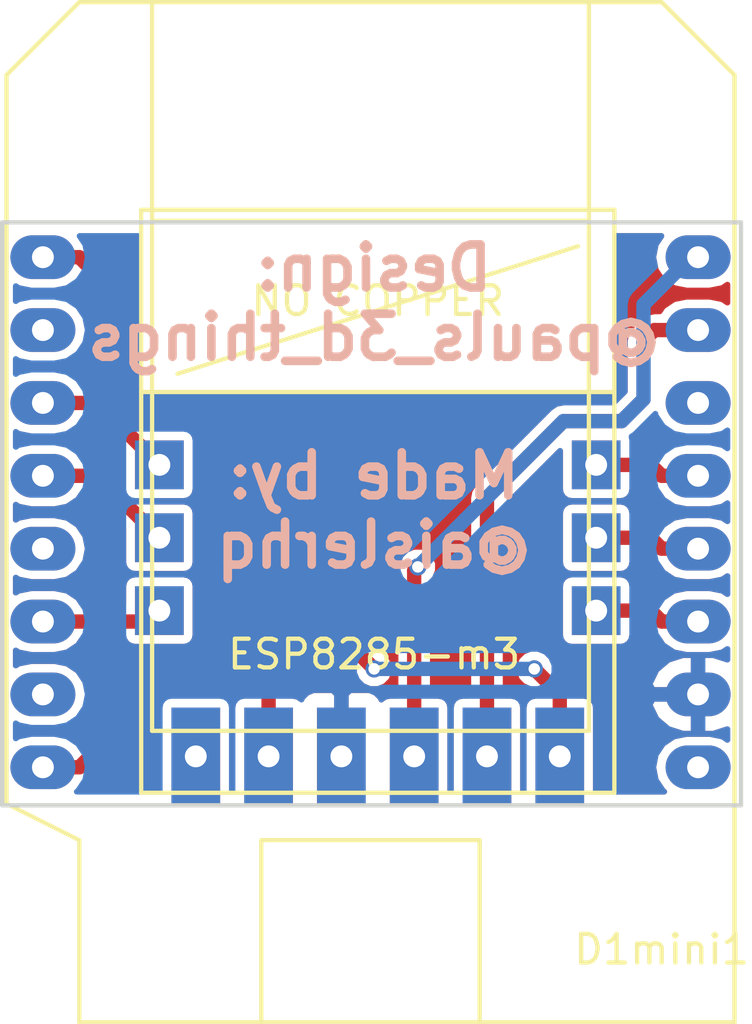
<source format=kicad_pcb>
(kicad_pcb (version 4) (host pcbnew 4.0.7)

  (general
    (links 11)
    (no_connects 0)
    (area 11.941999 169.849999 38.324619 205.960001)
    (thickness 1.6)
    (drawings 5)
    (tracks 54)
    (zones 0)
    (modules 2)
    (nets 12)
  )

  (page A4)
  (layers
    (0 F.Cu signal)
    (31 B.Cu signal)
    (32 B.Adhes user)
    (33 F.Adhes user)
    (34 B.Paste user)
    (35 F.Paste user)
    (36 B.SilkS user)
    (37 F.SilkS user)
    (38 B.Mask user)
    (39 F.Mask user)
    (40 Dwgs.User user)
    (41 Cmts.User user)
    (42 Eco1.User user)
    (43 Eco2.User user)
    (44 Edge.Cuts user)
    (45 Margin user)
    (46 B.CrtYd user)
    (47 F.CrtYd user)
    (48 B.Fab user)
    (49 F.Fab user)
  )

  (setup
    (last_trace_width 0.5)
    (trace_clearance 0.2)
    (zone_clearance 0.3)
    (zone_45_only no)
    (trace_min 0.2)
    (segment_width 0.2)
    (edge_width 0.15)
    (via_size 0.6)
    (via_drill 0.4)
    (via_min_size 0.4)
    (via_min_drill 0.3)
    (uvia_size 0.3)
    (uvia_drill 0.1)
    (uvias_allowed no)
    (uvia_min_size 0.2)
    (uvia_min_drill 0.1)
    (pcb_text_width 0.3)
    (pcb_text_size 1.5 1.5)
    (mod_edge_width 0.15)
    (mod_text_size 1 1)
    (mod_text_width 0.15)
    (pad_size 1.524 1.524)
    (pad_drill 0.762)
    (pad_to_mask_clearance 0.2)
    (aux_axis_origin 0 0)
    (grid_origin 54 186)
    (visible_elements FFFFFF7F)
    (pcbplotparams
      (layerselection 0x00030_80000001)
      (usegerberextensions false)
      (excludeedgelayer true)
      (linewidth 1.000000)
      (plotframeref false)
      (viasonmask false)
      (mode 1)
      (useauxorigin false)
      (hpglpennumber 1)
      (hpglpenspeed 20)
      (hpglpendiameter 15)
      (hpglpenoverlay 2)
      (psnegative false)
      (psa4output false)
      (plotreference true)
      (plotvalue true)
      (plotinvisibletext false)
      (padsonsilk false)
      (subtractmaskfromsilk false)
      (outputformat 1)
      (mirror false)
      (drillshape 0)
      (scaleselection 1)
      (outputdirectory out))
  )

  (net 0 "")
  (net 1 /VCC)
  (net 2 /RST)
  (net 3 /GPIO16)
  (net 4 /GPIO14)
  (net 5 /GPIO13)
  (net 6 /TXD)
  (net 7 /RXD)
  (net 8 /GPIO4)
  (net 9 /GPIO0)
  (net 10 /GPIO2)
  (net 11 /GND)

  (net_class Default "This is the default net class."
    (clearance 0.2)
    (trace_width 0.5)
    (via_dia 0.6)
    (via_drill 0.4)
    (uvia_dia 0.3)
    (uvia_drill 0.1)
    (add_net /GND)
    (add_net /GPIO0)
    (add_net /GPIO13)
    (add_net /GPIO14)
    (add_net /GPIO16)
    (add_net /GPIO2)
    (add_net /GPIO4)
    (add_net /RST)
    (add_net /RXD)
    (add_net /TXD)
    (add_net /VCC)
  )

  (module Lib_Uvwxy:esp8285-m3 (layer F.Cu) (tedit 5B16FC6C) (tstamp 5B16F65F)
    (at 16.916 197.684)
    (path /5A78BB0E)
    (fp_text reference ESP8285-m3 (at 8.128 -4.826 180) (layer F.SilkS)
      (effects (font (size 1 1) (thickness 0.15)))
    )
    (fp_text value esp8285-m3 (at 8.382 -5.588) (layer F.Fab)
      (effects (font (size 1 1) (thickness 0.15)))
    )
    (fp_line (start 1.27 -14.605) (end 15.24 -19.05) (layer F.SilkS) (width 0.15))
    (fp_text user "NO COPPER" (at 8.255 -17.145) (layer F.SilkS)
      (effects (font (size 1 1) (thickness 0.15)))
    )
    (fp_line (start 0 -13.97) (end 16.51 -13.97) (layer F.SilkS) (width 0.15))
    (fp_line (start 0 0) (end 16.51 0) (layer F.SilkS) (width 0.15))
    (fp_line (start 16.51 0) (end 16.51 -20.32) (layer F.SilkS) (width 0.15))
    (fp_line (start 16.51 -20.32) (end 0 -20.32) (layer F.SilkS) (width 0.15))
    (fp_line (start 0 -20.32) (end 0 0) (layer F.SilkS) (width 0.15))
    (pad 1 thru_hole rect (at 0.635 -11.43) (size 1.7 1.7) (drill 0.762) (layers *.Cu *.Mask)
      (net 3 /GPIO16))
    (pad 2 thru_hole rect (at 0.635 -8.89) (size 1.7 1.7) (drill 0.762) (layers *.Cu *.Mask)
      (net 4 /GPIO14))
    (pad 3 thru_hole rect (at 0.635 -6.35) (size 1.7 1.7) (drill 0.762) (layers *.Cu *.Mask)
      (net 5 /GPIO13))
    (pad 4 thru_hole rect (at 1.905 -1.27) (size 1.7 3.4) (drill 0.762) (layers *.Cu *.Mask))
    (pad 5 thru_hole rect (at 4.445 -1.27) (size 1.7 3.4) (drill 0.762) (layers *.Cu *.Mask)
      (net 1 /VCC))
    (pad 6 thru_hole rect (at 6.985 -1.27) (size 1.7 3.4) (drill 0.762) (layers *.Cu *.Mask)
      (net 11 /GND))
    (pad 7 thru_hole rect (at 9.525 -1.27) (size 1.7 3.4) (drill 0.762) (layers *.Cu *.Mask)
      (net 6 /TXD))
    (pad 8 thru_hole rect (at 12.065 -1.27) (size 1.7 3.4) (drill 0.762) (layers *.Cu *.Mask)
      (net 7 /RXD))
    (pad 9 thru_hole rect (at 14.605 -1.27) (size 1.7 3.4) (drill 0.762) (layers *.Cu *.Mask)
      (net 2 /RST))
    (pad 10 thru_hole rect (at 15.875 -6.35) (size 1.7 1.7) (drill 0.762) (layers *.Cu *.Mask)
      (net 10 /GPIO2))
    (pad 11 thru_hole rect (at 15.875 -8.89) (size 1.7 1.7) (drill 0.762) (layers *.Cu *.Mask)
      (net 9 /GPIO0))
    (pad 12 thru_hole rect (at 15.875 -11.43) (size 1.7 1.7) (drill 0.762) (layers *.Cu *.Mask)
      (net 8 /GPIO4))
  )

  (module Lib_Uvwxy:D1mini (layer F.Cu) (tedit 5B16FA2C) (tstamp 5B16F64F)
    (at 24.917 186.635)
    (path /5A78B49F)
    (fp_text reference D1mini1 (at 10.16 16.51) (layer F.SilkS)
      (effects (font (size 1 1) (thickness 0.15)))
    )
    (fp_text value D1mini (at 0.127 -7.747) (layer F.Fab)
      (effects (font (size 1 1) (thickness 0.15)))
    )
    (fp_line (start -7.62 -8.89) (end 7.62 -8.89) (layer F.SilkS) (width 0.15))
    (fp_line (start -7.62 -16.51) (end -7.62 8.89) (layer F.SilkS) (width 0.15))
    (fp_line (start -7.62 8.89) (end 7.62 8.89) (layer F.SilkS) (width 0.15))
    (fp_line (start 7.62 8.89) (end 7.62 -16.51) (layer F.SilkS) (width 0.15))
    (fp_line (start -3.81 19.05) (end -3.81 12.7) (layer F.SilkS) (width 0.15))
    (fp_line (start -3.81 12.7) (end 3.81 12.7) (layer F.SilkS) (width 0.15))
    (fp_line (start 3.81 12.7) (end 3.81 19.05) (layer F.SilkS) (width 0.15))
    (fp_line (start -12.7 -13.97) (end -12.7 11.43) (layer F.SilkS) (width 0.15))
    (fp_line (start 10.16 -16.51) (end -10.16 -16.51) (layer F.SilkS) (width 0.15))
    (fp_line (start -10.16 19.05) (end 12.7 19.05) (layer F.SilkS) (width 0.15))
    (fp_line (start 12.7 19.05) (end 12.7 -13.97) (layer F.SilkS) (width 0.15))
    (fp_line (start -12.7 11.43) (end -10.16 12.7) (layer F.SilkS) (width 0.15))
    (fp_line (start -10.16 12.7) (end -10.16 19.05) (layer F.SilkS) (width 0.15))
    (fp_line (start 10.16 -16.51) (end 12.7 -13.97) (layer F.SilkS) (width 0.15))
    (fp_line (start -12.7 -13.97) (end -10.16 -16.51) (layer F.SilkS) (width 0.15))
    (pad 1 thru_hole oval (at -11.43 -7.62) (size 2.268 1.524) (drill 0.762) (layers *.Cu *.Mask)
      (net 2 /RST))
    (pad 2 thru_hole oval (at -11.43 -5.08) (size 2.268 1.524) (drill 0.762) (layers *.Cu *.Mask))
    (pad 3 thru_hole oval (at -11.43 -2.54) (size 2.268 1.524) (drill 0.762) (layers *.Cu *.Mask)
      (net 3 /GPIO16))
    (pad 4 thru_hole oval (at -11.43 0) (size 2.268 1.524) (drill 0.762) (layers *.Cu *.Mask)
      (net 4 /GPIO14))
    (pad 5 thru_hole oval (at -11.43 2.54) (size 2.268 1.524) (drill 0.762) (layers *.Cu *.Mask))
    (pad 6 thru_hole oval (at -11.43 5.08) (size 2.268 1.524) (drill 0.762) (layers *.Cu *.Mask)
      (net 5 /GPIO13))
    (pad 7 thru_hole oval (at -11.43 7.62) (size 2.268 1.524) (drill 0.762) (layers *.Cu *.Mask))
    (pad 8 thru_hole oval (at -11.43 10.16) (size 2.268 1.524) (drill 0.762) (layers *.Cu *.Mask)
      (net 1 /VCC))
    (pad 9 thru_hole oval (at 11.43 -7.62) (size 2.268 1.524) (drill 0.762) (layers *.Cu *.Mask)
      (net 6 /TXD))
    (pad 10 thru_hole oval (at 11.43 -5.08) (size 2.268 1.524) (drill 0.762) (layers *.Cu *.Mask)
      (net 7 /RXD))
    (pad 11 thru_hole oval (at 11.43 -2.54) (size 2.268 1.524) (drill 0.762) (layers *.Cu *.Mask))
    (pad 12 thru_hole oval (at 11.43 0) (size 2.268 1.524) (drill 0.762) (layers *.Cu *.Mask)
      (net 8 /GPIO4))
    (pad 13 thru_hole oval (at 11.43 2.54) (size 2.268 1.524) (drill 0.762) (layers *.Cu *.Mask)
      (net 9 /GPIO0))
    (pad 14 thru_hole oval (at 11.43 5.08) (size 2.268 1.524) (drill 0.762) (layers *.Cu *.Mask)
      (net 10 /GPIO2))
    (pad 15 thru_hole oval (at 11.43 7.62) (size 2.268 1.524) (drill 0.762) (layers *.Cu *.Mask)
      (net 11 /GND))
    (pad 16 thru_hole oval (at 11.43 10.16) (size 2.268 1.524) (drill 0.762) (layers *.Cu *.Mask))
  )

  (gr_text "Design:\n@pauls_3d_things\n\nMade by:\n@aislerhq\n" (at 25.044 184.222) (layer B.SilkS)
    (effects (font (size 1.5 1.5) (thickness 0.3)) (justify mirror))
  )
  (gr_line (start 12.065 198.12) (end 12.065 177.8) (angle 90) (layer Edge.Cuts) (width 0.15))
  (gr_line (start 37.846 198.12) (end 12.065 198.12) (angle 90) (layer Edge.Cuts) (width 0.15))
  (gr_line (start 37.846 177.8) (end 37.846 198.12) (angle 90) (layer Edge.Cuts) (width 0.15))
  (gr_line (start 12.065 177.8) (end 37.846 177.8) (angle 90) (layer Edge.Cuts) (width 0.15))

  (segment (start 21.361 196.414) (end 21.361 194.255) (width 0.5) (layer F.Cu) (net 1) (status 10))
  (segment (start 14.757 196.795) (end 13.487 196.795) (width 0.5) (layer F.Cu) (net 1) (tstamp 5B16F7CF) (status 20))
  (segment (start 15.392 196.16) (end 14.757 196.795) (width 0.5) (layer F.Cu) (net 1) (tstamp 5B16F7CD))
  (segment (start 15.392 194.382) (end 15.392 196.16) (width 0.5) (layer F.Cu) (net 1) (tstamp 5B16F7CB))
  (segment (start 15.9 193.874) (end 15.392 194.382) (width 0.5) (layer F.Cu) (net 1) (tstamp 5B16F7C6))
  (segment (start 20.98 193.874) (end 15.9 193.874) (width 0.5) (layer F.Cu) (net 1) (tstamp 5B16F7C4))
  (segment (start 21.361 194.255) (end 20.98 193.874) (width 0.5) (layer F.Cu) (net 1) (tstamp 5B16F7BF))
  (segment (start 13.487 196.795) (end 14.249 196.795) (width 0.5) (layer F.Cu) (net 1) (status 30))
  (segment (start 13.589 196.723) (end 14.351 196.723) (width 0.5) (layer F.Cu) (net 1) (status 30))
  (segment (start 31.521 196.414) (end 31.521 194.255) (width 0.5) (layer F.Cu) (net 2))
  (segment (start 14.757 179.015) (end 13.487 179.015) (width 0.5) (layer F.Cu) (net 2) (tstamp 5B16F851))
  (segment (start 15.392 179.65) (end 14.757 179.015) (width 0.5) (layer F.Cu) (net 2) (tstamp 5B16F84F))
  (segment (start 15.392 182.698) (end 15.392 179.65) (width 0.5) (layer F.Cu) (net 2) (tstamp 5B16F84A))
  (segment (start 17.17 184.476) (end 15.392 182.698) (width 0.5) (layer F.Cu) (net 2) (tstamp 5B16F848))
  (segment (start 18.948 184.476) (end 17.17 184.476) (width 0.5) (layer F.Cu) (net 2) (tstamp 5B16F846))
  (segment (start 19.456 184.984) (end 18.948 184.476) (width 0.5) (layer F.Cu) (net 2) (tstamp 5B16F844))
  (segment (start 19.456 187.778) (end 19.456 184.984) (width 0.5) (layer F.Cu) (net 2) (tstamp 5B16F842))
  (segment (start 25.044 193.366) (end 19.456 187.778) (width 0.5) (layer F.Cu) (net 2) (tstamp 5B16F841))
  (via (at 25.044 193.366) (size 0.6) (drill 0.4) (layers F.Cu B.Cu) (net 2))
  (segment (start 30.632 193.366) (end 25.044 193.366) (width 0.5) (layer B.Cu) (net 2) (tstamp 5B16F83E))
  (via (at 30.632 193.366) (size 0.6) (drill 0.4) (layers F.Cu B.Cu) (net 2))
  (segment (start 31.521 194.255) (end 30.632 193.366) (width 0.5) (layer F.Cu) (net 2) (tstamp 5B16F831))
  (segment (start 13.487 184.095) (end 15.392 184.095) (width 0.5) (layer F.Cu) (net 3) (status 10))
  (segment (start 15.392 184.095) (end 17.551 186.254) (width 0.5) (layer F.Cu) (net 3) (tstamp 5B16F7E1) (status 20))
  (segment (start 13.487 186.635) (end 15.392 186.635) (width 0.5) (layer F.Cu) (net 4) (status 10))
  (segment (start 15.392 186.635) (end 17.551 188.794) (width 0.5) (layer F.Cu) (net 4) (tstamp 5B16F7E5) (status 20))
  (segment (start 13.487 191.715) (end 17.17 191.715) (width 0.5) (layer F.Cu) (net 5) (status 30))
  (segment (start 17.17 191.715) (end 17.551 191.334) (width 0.5) (layer F.Cu) (net 5) (tstamp 5B16F7D4) (status 30))
  (segment (start 36.347 179.015) (end 36.093 179.015) (width 0.5) (layer B.Cu) (net 6))
  (segment (start 36.093 179.015) (end 34.442 180.666) (width 0.5) (layer B.Cu) (net 6) (tstamp 5B16F8C6))
  (segment (start 34.442 180.666) (end 34.442 183.968) (width 0.5) (layer B.Cu) (net 6) (tstamp 5B16F8CD))
  (segment (start 34.442 183.968) (end 33.68 184.73) (width 0.5) (layer B.Cu) (net 6) (tstamp 5B16F8CF))
  (segment (start 33.68 184.73) (end 31.648 184.73) (width 0.5) (layer B.Cu) (net 6) (tstamp 5B16F8D0))
  (segment (start 31.648 184.73) (end 26.568 189.81) (width 0.5) (layer B.Cu) (net 6) (tstamp 5B16F8D1))
  (via (at 26.568 189.81) (size 0.6) (drill 0.4) (layers F.Cu B.Cu) (net 6))
  (segment (start 26.568 189.81) (end 26.441 189.937) (width 0.5) (layer F.Cu) (net 6) (tstamp 5B16F8D8))
  (segment (start 26.441 189.937) (end 26.441 196.414) (width 0.5) (layer F.Cu) (net 6) (tstamp 5B16F8D9))
  (segment (start 28.981 196.414) (end 28.981 187.397) (width 0.5) (layer F.Cu) (net 7))
  (segment (start 34.823 181.555) (end 36.347 181.555) (width 0.5) (layer F.Cu) (net 7) (tstamp 5B16F81D))
  (segment (start 34.442 181.936) (end 34.823 181.555) (width 0.5) (layer F.Cu) (net 7) (tstamp 5B16F81B))
  (segment (start 34.442 183.968) (end 34.442 181.936) (width 0.5) (layer F.Cu) (net 7) (tstamp 5B16F819))
  (segment (start 33.68 184.73) (end 34.442 183.968) (width 0.5) (layer F.Cu) (net 7) (tstamp 5B16F817))
  (segment (start 31.648 184.73) (end 33.68 184.73) (width 0.5) (layer F.Cu) (net 7) (tstamp 5B16F812))
  (segment (start 28.981 187.397) (end 31.648 184.73) (width 0.5) (layer F.Cu) (net 7) (tstamp 5B16F80F))
  (segment (start 36.449 181.483) (end 35.687 181.483) (width 0.5) (layer F.Cu) (net 7) (status 30))
  (segment (start 36.347 186.635) (end 35.077 186.635) (width 0.5) (layer F.Cu) (net 8))
  (segment (start 34.696 186.254) (end 32.791 186.254) (width 0.5) (layer F.Cu) (net 8) (tstamp 5B16F80A))
  (segment (start 35.077 186.635) (end 34.696 186.254) (width 0.5) (layer F.Cu) (net 8) (tstamp 5B16F809))
  (segment (start 36.347 189.175) (end 35.077 189.175) (width 0.5) (layer F.Cu) (net 9))
  (segment (start 34.696 188.794) (end 32.791 188.794) (width 0.5) (layer F.Cu) (net 9) (tstamp 5B16F806))
  (segment (start 35.077 189.175) (end 34.696 188.794) (width 0.5) (layer F.Cu) (net 9) (tstamp 5B16F805))
  (segment (start 36.347 191.715) (end 35.077 191.715) (width 0.5) (layer F.Cu) (net 10))
  (segment (start 34.696 191.334) (end 32.791 191.334) (width 0.5) (layer F.Cu) (net 10) (tstamp 5B16F802))
  (segment (start 35.077 191.715) (end 34.696 191.334) (width 0.5) (layer F.Cu) (net 10) (tstamp 5B16F7FF))

  (zone (net 11) (net_name /GND) (layer B.Cu) (tstamp 5B16F869) (hatch edge 0.508)
    (connect_pads (clearance 0.3))
    (min_thickness 0.2)
    (fill yes (arc_segments 16) (thermal_gap 0.508) (thermal_bridge_width 0.508))
    (polygon
      (pts
        (xy 16.916 183.714) (xy 33.426 183.714) (xy 33.426 177.872) (xy 37.744 177.872) (xy 37.744 197.938)
        (xy 12.09 197.938) (xy 12.09 177.872) (xy 16.916 177.872)
      )
    )
    (filled_polygon
      (pts
        (xy 16.816 183.714) (xy 16.823879 183.752906) (xy 16.846273 183.785681) (xy 16.879654 183.807161) (xy 16.916 183.814)
        (xy 33.426 183.814) (xy 33.464906 183.806121) (xy 33.497681 183.783727) (xy 33.519161 183.750346) (xy 33.526 183.714)
        (xy 33.526 178.275) (xy 35.068727 178.275) (xy 34.871399 178.570322) (xy 34.782947 179.015) (xy 34.847787 179.340974)
        (xy 33.982381 180.206381) (xy 33.841478 180.417255) (xy 33.841478 180.417256) (xy 33.792 180.666) (xy 33.792 183.698761)
        (xy 33.410762 184.08) (xy 31.648 184.08) (xy 31.440524 184.121269) (xy 31.399255 184.129478) (xy 31.188381 184.270381)
        (xy 26.292208 189.166554) (xy 26.172 189.216223) (xy 25.974915 189.412964) (xy 25.868122 189.67015) (xy 25.867879 189.948628)
        (xy 25.974223 190.206) (xy 26.170964 190.403085) (xy 26.42815 190.509878) (xy 26.706628 190.510121) (xy 26.769845 190.484)
        (xy 31.533164 190.484) (xy 31.533164 192.184) (xy 31.561056 192.332231) (xy 31.64866 192.468372) (xy 31.782329 192.559704)
        (xy 31.941 192.591836) (xy 33.641 192.591836) (xy 33.789231 192.563944) (xy 33.925372 192.47634) (xy 34.016704 192.342671)
        (xy 34.048836 192.184) (xy 34.048836 190.484) (xy 34.020944 190.335769) (xy 33.93334 190.199628) (xy 33.799671 190.108296)
        (xy 33.641 190.076164) (xy 31.941 190.076164) (xy 31.792769 190.104056) (xy 31.656628 190.19166) (xy 31.565296 190.325329)
        (xy 31.533164 190.484) (xy 26.769845 190.484) (xy 26.964 190.403777) (xy 27.161085 190.207036) (xy 27.211419 190.085819)
        (xy 29.353238 187.944) (xy 31.533164 187.944) (xy 31.533164 189.644) (xy 31.561056 189.792231) (xy 31.64866 189.928372)
        (xy 31.782329 190.019704) (xy 31.941 190.051836) (xy 33.641 190.051836) (xy 33.789231 190.023944) (xy 33.925372 189.93634)
        (xy 34.016704 189.802671) (xy 34.048836 189.644) (xy 34.048836 187.944) (xy 34.020944 187.795769) (xy 33.93334 187.659628)
        (xy 33.799671 187.568296) (xy 33.641 187.536164) (xy 31.941 187.536164) (xy 31.792769 187.564056) (xy 31.656628 187.65166)
        (xy 31.565296 187.785329) (xy 31.533164 187.944) (xy 29.353238 187.944) (xy 31.533164 185.764074) (xy 31.533164 187.104)
        (xy 31.561056 187.252231) (xy 31.64866 187.388372) (xy 31.782329 187.479704) (xy 31.941 187.511836) (xy 33.641 187.511836)
        (xy 33.789231 187.483944) (xy 33.925372 187.39634) (xy 34.016704 187.262671) (xy 34.048836 187.104) (xy 34.048836 185.404)
        (xy 34.023142 185.267448) (xy 34.139619 185.189619) (xy 34.857821 184.471418) (xy 34.871399 184.539678) (xy 35.123289 184.916658)
        (xy 35.500269 185.168548) (xy 35.944947 185.257) (xy 36.749053 185.257) (xy 37.193731 185.168548) (xy 37.371 185.050101)
        (xy 37.371 185.679899) (xy 37.193731 185.561452) (xy 36.749053 185.473) (xy 35.944947 185.473) (xy 35.500269 185.561452)
        (xy 35.123289 185.813342) (xy 34.871399 186.190322) (xy 34.782947 186.635) (xy 34.871399 187.079678) (xy 35.123289 187.456658)
        (xy 35.500269 187.708548) (xy 35.944947 187.797) (xy 36.749053 187.797) (xy 37.193731 187.708548) (xy 37.371 187.590101)
        (xy 37.371 188.219899) (xy 37.193731 188.101452) (xy 36.749053 188.013) (xy 35.944947 188.013) (xy 35.500269 188.101452)
        (xy 35.123289 188.353342) (xy 34.871399 188.730322) (xy 34.782947 189.175) (xy 34.871399 189.619678) (xy 35.123289 189.996658)
        (xy 35.500269 190.248548) (xy 35.944947 190.337) (xy 36.749053 190.337) (xy 37.193731 190.248548) (xy 37.371 190.130101)
        (xy 37.371 190.759899) (xy 37.193731 190.641452) (xy 36.749053 190.553) (xy 35.944947 190.553) (xy 35.500269 190.641452)
        (xy 35.123289 190.893342) (xy 34.871399 191.270322) (xy 34.782947 191.715) (xy 34.871399 192.159678) (xy 35.123289 192.536658)
        (xy 35.500269 192.788548) (xy 35.944947 192.877) (xy 36.749053 192.877) (xy 37.193731 192.788548) (xy 37.371 192.670101)
        (xy 37.371 193.043583) (xy 36.873 192.885) (xy 36.501 192.885) (xy 36.501 194.101) (xy 36.521 194.101)
        (xy 36.521 194.409) (xy 36.501 194.409) (xy 36.501 195.625) (xy 36.873 195.625) (xy 37.371 195.466417)
        (xy 37.371 195.839899) (xy 37.193731 195.721452) (xy 36.749053 195.633) (xy 35.944947 195.633) (xy 35.500269 195.721452)
        (xy 35.123289 195.973342) (xy 34.871399 196.350322) (xy 34.782947 196.795) (xy 34.871399 197.239678) (xy 35.123289 197.616658)
        (xy 35.165706 197.645) (xy 32.778836 197.645) (xy 32.778836 194.714) (xy 32.76116 194.620061) (xy 34.654534 194.620061)
        (xy 34.897369 195.114842) (xy 35.308446 195.461782) (xy 35.821 195.625) (xy 36.193 195.625) (xy 36.193 194.409)
        (xy 34.766775 194.409) (xy 34.654534 194.620061) (xy 32.76116 194.620061) (xy 32.750944 194.565769) (xy 32.66334 194.429628)
        (xy 32.529671 194.338296) (xy 32.371 194.306164) (xy 30.671 194.306164) (xy 30.522769 194.334056) (xy 30.386628 194.42166)
        (xy 30.295296 194.555329) (xy 30.263164 194.714) (xy 30.263164 197.645) (xy 30.238836 197.645) (xy 30.238836 194.714)
        (xy 30.210944 194.565769) (xy 30.12334 194.429628) (xy 29.989671 194.338296) (xy 29.831 194.306164) (xy 28.131 194.306164)
        (xy 27.982769 194.334056) (xy 27.846628 194.42166) (xy 27.755296 194.555329) (xy 27.723164 194.714) (xy 27.723164 197.645)
        (xy 27.698836 197.645) (xy 27.698836 194.714) (xy 27.670944 194.565769) (xy 27.58334 194.429628) (xy 27.449671 194.338296)
        (xy 27.291 194.306164) (xy 25.591 194.306164) (xy 25.442769 194.334056) (xy 25.306628 194.42166) (xy 25.295033 194.43863)
        (xy 25.266438 194.369596) (xy 25.095405 194.198563) (xy 24.871939 194.106) (xy 24.207 194.106) (xy 24.055 194.258)
        (xy 24.055 196.26) (xy 24.075 196.26) (xy 24.075 196.568) (xy 24.055 196.568) (xy 24.055 196.588)
        (xy 23.747 196.588) (xy 23.747 196.568) (xy 23.727 196.568) (xy 23.727 196.26) (xy 23.747 196.26)
        (xy 23.747 194.258) (xy 23.595 194.106) (xy 22.930061 194.106) (xy 22.706595 194.198563) (xy 22.535562 194.369596)
        (xy 22.507815 194.436583) (xy 22.50334 194.429628) (xy 22.369671 194.338296) (xy 22.211 194.306164) (xy 20.511 194.306164)
        (xy 20.362769 194.334056) (xy 20.226628 194.42166) (xy 20.135296 194.555329) (xy 20.103164 194.714) (xy 20.103164 197.645)
        (xy 20.078836 197.645) (xy 20.078836 194.714) (xy 20.050944 194.565769) (xy 19.96334 194.429628) (xy 19.829671 194.338296)
        (xy 19.671 194.306164) (xy 17.971 194.306164) (xy 17.822769 194.334056) (xy 17.686628 194.42166) (xy 17.595296 194.555329)
        (xy 17.563164 194.714) (xy 17.563164 197.645) (xy 14.668294 197.645) (xy 14.710711 197.616658) (xy 14.962601 197.239678)
        (xy 15.051053 196.795) (xy 14.962601 196.350322) (xy 14.710711 195.973342) (xy 14.333731 195.721452) (xy 13.889053 195.633)
        (xy 13.084947 195.633) (xy 12.640269 195.721452) (xy 12.54 195.78845) (xy 12.54 195.26155) (xy 12.640269 195.328548)
        (xy 13.084947 195.417) (xy 13.889053 195.417) (xy 14.333731 195.328548) (xy 14.710711 195.076658) (xy 14.962601 194.699678)
        (xy 15.051053 194.255) (xy 14.962601 193.810322) (xy 14.758343 193.504628) (xy 24.343879 193.504628) (xy 24.450223 193.762)
        (xy 24.646964 193.959085) (xy 24.90415 194.065878) (xy 25.182628 194.066121) (xy 25.30393 194.016) (xy 30.37203 194.016)
        (xy 30.49215 194.065878) (xy 30.770628 194.066121) (xy 31.028 193.959777) (xy 31.09796 193.889939) (xy 34.654534 193.889939)
        (xy 34.766775 194.101) (xy 36.193 194.101) (xy 36.193 192.885) (xy 35.821 192.885) (xy 35.308446 193.048218)
        (xy 34.897369 193.395158) (xy 34.654534 193.889939) (xy 31.09796 193.889939) (xy 31.225085 193.763036) (xy 31.331878 193.50585)
        (xy 31.332121 193.227372) (xy 31.225777 192.97) (xy 31.029036 192.772915) (xy 30.77185 192.666122) (xy 30.493372 192.665879)
        (xy 30.37207 192.716) (xy 25.30397 192.716) (xy 25.18385 192.666122) (xy 24.905372 192.665879) (xy 24.648 192.772223)
        (xy 24.450915 192.968964) (xy 24.344122 193.22615) (xy 24.343879 193.504628) (xy 14.758343 193.504628) (xy 14.710711 193.433342)
        (xy 14.333731 193.181452) (xy 13.889053 193.093) (xy 13.084947 193.093) (xy 12.640269 193.181452) (xy 12.54 193.24845)
        (xy 12.54 192.72155) (xy 12.640269 192.788548) (xy 13.084947 192.877) (xy 13.889053 192.877) (xy 14.333731 192.788548)
        (xy 14.710711 192.536658) (xy 14.962601 192.159678) (xy 15.051053 191.715) (xy 14.962601 191.270322) (xy 14.710711 190.893342)
        (xy 14.333731 190.641452) (xy 13.889053 190.553) (xy 13.084947 190.553) (xy 12.640269 190.641452) (xy 12.54 190.70845)
        (xy 12.54 190.484) (xy 16.293164 190.484) (xy 16.293164 192.184) (xy 16.321056 192.332231) (xy 16.40866 192.468372)
        (xy 16.542329 192.559704) (xy 16.701 192.591836) (xy 18.401 192.591836) (xy 18.549231 192.563944) (xy 18.685372 192.47634)
        (xy 18.776704 192.342671) (xy 18.808836 192.184) (xy 18.808836 190.484) (xy 18.780944 190.335769) (xy 18.69334 190.199628)
        (xy 18.559671 190.108296) (xy 18.401 190.076164) (xy 16.701 190.076164) (xy 16.552769 190.104056) (xy 16.416628 190.19166)
        (xy 16.325296 190.325329) (xy 16.293164 190.484) (xy 12.54 190.484) (xy 12.54 190.18155) (xy 12.640269 190.248548)
        (xy 13.084947 190.337) (xy 13.889053 190.337) (xy 14.333731 190.248548) (xy 14.710711 189.996658) (xy 14.962601 189.619678)
        (xy 15.051053 189.175) (xy 14.962601 188.730322) (xy 14.710711 188.353342) (xy 14.333731 188.101452) (xy 13.889053 188.013)
        (xy 13.084947 188.013) (xy 12.640269 188.101452) (xy 12.54 188.16845) (xy 12.54 187.944) (xy 16.293164 187.944)
        (xy 16.293164 189.644) (xy 16.321056 189.792231) (xy 16.40866 189.928372) (xy 16.542329 190.019704) (xy 16.701 190.051836)
        (xy 18.401 190.051836) (xy 18.549231 190.023944) (xy 18.685372 189.93634) (xy 18.776704 189.802671) (xy 18.808836 189.644)
        (xy 18.808836 187.944) (xy 18.780944 187.795769) (xy 18.69334 187.659628) (xy 18.559671 187.568296) (xy 18.401 187.536164)
        (xy 16.701 187.536164) (xy 16.552769 187.564056) (xy 16.416628 187.65166) (xy 16.325296 187.785329) (xy 16.293164 187.944)
        (xy 12.54 187.944) (xy 12.54 187.64155) (xy 12.640269 187.708548) (xy 13.084947 187.797) (xy 13.889053 187.797)
        (xy 14.333731 187.708548) (xy 14.710711 187.456658) (xy 14.962601 187.079678) (xy 15.051053 186.635) (xy 14.962601 186.190322)
        (xy 14.710711 185.813342) (xy 14.333731 185.561452) (xy 13.889053 185.473) (xy 13.084947 185.473) (xy 12.640269 185.561452)
        (xy 12.54 185.62845) (xy 12.54 185.404) (xy 16.293164 185.404) (xy 16.293164 187.104) (xy 16.321056 187.252231)
        (xy 16.40866 187.388372) (xy 16.542329 187.479704) (xy 16.701 187.511836) (xy 18.401 187.511836) (xy 18.549231 187.483944)
        (xy 18.685372 187.39634) (xy 18.776704 187.262671) (xy 18.808836 187.104) (xy 18.808836 185.404) (xy 18.780944 185.255769)
        (xy 18.69334 185.119628) (xy 18.559671 185.028296) (xy 18.401 184.996164) (xy 16.701 184.996164) (xy 16.552769 185.024056)
        (xy 16.416628 185.11166) (xy 16.325296 185.245329) (xy 16.293164 185.404) (xy 12.54 185.404) (xy 12.54 185.10155)
        (xy 12.640269 185.168548) (xy 13.084947 185.257) (xy 13.889053 185.257) (xy 14.333731 185.168548) (xy 14.710711 184.916658)
        (xy 14.962601 184.539678) (xy 15.051053 184.095) (xy 14.962601 183.650322) (xy 14.710711 183.273342) (xy 14.333731 183.021452)
        (xy 13.889053 182.933) (xy 13.084947 182.933) (xy 12.640269 183.021452) (xy 12.54 183.08845) (xy 12.54 182.56155)
        (xy 12.640269 182.628548) (xy 13.084947 182.717) (xy 13.889053 182.717) (xy 14.333731 182.628548) (xy 14.710711 182.376658)
        (xy 14.962601 181.999678) (xy 15.051053 181.555) (xy 14.962601 181.110322) (xy 14.710711 180.733342) (xy 14.333731 180.481452)
        (xy 13.889053 180.393) (xy 13.084947 180.393) (xy 12.640269 180.481452) (xy 12.54 180.54845) (xy 12.54 180.02155)
        (xy 12.640269 180.088548) (xy 13.084947 180.177) (xy 13.889053 180.177) (xy 14.333731 180.088548) (xy 14.710711 179.836658)
        (xy 14.962601 179.459678) (xy 15.051053 179.015) (xy 14.962601 178.570322) (xy 14.765273 178.275) (xy 16.816 178.275)
      )
    )
  )
  (zone (net 11) (net_name /GND) (layer F.Cu) (tstamp 5B16F8E9) (hatch edge 0.508)
    (connect_pads (clearance 0.3))
    (min_thickness 0.2)
    (fill yes (arc_segments 16) (thermal_gap 0.508) (thermal_bridge_width 0.508))
    (polygon
      (pts
        (xy 16.916 183.714) (xy 33.426 183.714) (xy 33.426 177.872) (xy 37.744 177.872) (xy 37.744 197.938)
        (xy 12.09 197.938) (xy 12.09 177.872) (xy 16.916 177.872)
      )
    )
    (filled_polygon
      (pts
        (xy 34.871399 178.570322) (xy 34.782947 179.015) (xy 34.871399 179.459678) (xy 35.123289 179.836658) (xy 35.500269 180.088548)
        (xy 35.944947 180.177) (xy 36.749053 180.177) (xy 37.193731 180.088548) (xy 37.371 179.970101) (xy 37.371 180.599899)
        (xy 37.193731 180.481452) (xy 36.749053 180.393) (xy 35.944947 180.393) (xy 35.500269 180.481452) (xy 35.123289 180.733342)
        (xy 35.008591 180.905) (xy 34.823 180.905) (xy 34.574256 180.954478) (xy 34.574254 180.954479) (xy 34.574255 180.954479)
        (xy 34.36338 181.095381) (xy 33.982381 181.476381) (xy 33.841478 181.687255) (xy 33.841478 181.687256) (xy 33.792 181.936)
        (xy 33.792 183.698761) (xy 33.410762 184.08) (xy 31.648 184.08) (xy 31.399256 184.129478) (xy 31.188381 184.27038)
        (xy 28.521381 186.937381) (xy 28.380478 187.148255) (xy 28.380478 187.148256) (xy 28.331 187.397) (xy 28.331 194.306164)
        (xy 28.131 194.306164) (xy 27.982769 194.334056) (xy 27.846628 194.42166) (xy 27.755296 194.555329) (xy 27.723164 194.714)
        (xy 27.723164 197.645) (xy 27.698836 197.645) (xy 27.698836 194.714) (xy 27.670944 194.565769) (xy 27.58334 194.429628)
        (xy 27.449671 194.338296) (xy 27.291 194.306164) (xy 27.091 194.306164) (xy 27.091 190.276999) (xy 27.161085 190.207036)
        (xy 27.267878 189.94985) (xy 27.268121 189.671372) (xy 27.161777 189.414) (xy 26.965036 189.216915) (xy 26.70785 189.110122)
        (xy 26.429372 189.109879) (xy 26.172 189.216223) (xy 25.974915 189.412964) (xy 25.893643 189.608689) (xy 25.840478 189.688255)
        (xy 25.840478 189.688256) (xy 25.791 189.937) (xy 25.791 194.306164) (xy 25.591 194.306164) (xy 25.442769 194.334056)
        (xy 25.306628 194.42166) (xy 25.295033 194.43863) (xy 25.266438 194.369596) (xy 25.095405 194.198563) (xy 24.871939 194.106)
        (xy 24.207 194.106) (xy 24.055 194.258) (xy 24.055 196.26) (xy 24.075 196.26) (xy 24.075 196.568)
        (xy 24.055 196.568) (xy 24.055 196.588) (xy 23.747 196.588) (xy 23.747 196.568) (xy 23.727 196.568)
        (xy 23.727 196.26) (xy 23.747 196.26) (xy 23.747 194.258) (xy 23.595 194.106) (xy 22.930061 194.106)
        (xy 22.706595 194.198563) (xy 22.535562 194.369596) (xy 22.507815 194.436583) (xy 22.50334 194.429628) (xy 22.369671 194.338296)
        (xy 22.211 194.306164) (xy 22.011 194.306164) (xy 22.011 194.255) (xy 21.961522 194.006256) (xy 21.840824 193.825619)
        (xy 21.820619 193.79538) (xy 21.439619 193.414381) (xy 21.228745 193.273478) (xy 21.187476 193.265269) (xy 20.98 193.224)
        (xy 15.9 193.224) (xy 15.651256 193.273478) (xy 15.651254 193.273479) (xy 15.651255 193.273479) (xy 15.44038 193.414381)
        (xy 14.976179 193.878583) (xy 14.962601 193.810322) (xy 14.710711 193.433342) (xy 14.333731 193.181452) (xy 13.889053 193.093)
        (xy 13.084947 193.093) (xy 12.640269 193.181452) (xy 12.54 193.24845) (xy 12.54 192.72155) (xy 12.640269 192.788548)
        (xy 13.084947 192.877) (xy 13.889053 192.877) (xy 14.333731 192.788548) (xy 14.710711 192.536658) (xy 14.825409 192.365)
        (xy 16.342142 192.365) (xy 16.40866 192.468372) (xy 16.542329 192.559704) (xy 16.701 192.591836) (xy 18.401 192.591836)
        (xy 18.549231 192.563944) (xy 18.685372 192.47634) (xy 18.776704 192.342671) (xy 18.808836 192.184) (xy 18.808836 190.484)
        (xy 18.780944 190.335769) (xy 18.69334 190.199628) (xy 18.559671 190.108296) (xy 18.401 190.076164) (xy 16.701 190.076164)
        (xy 16.552769 190.104056) (xy 16.416628 190.19166) (xy 16.325296 190.325329) (xy 16.293164 190.484) (xy 16.293164 191.065)
        (xy 14.825409 191.065) (xy 14.710711 190.893342) (xy 14.333731 190.641452) (xy 13.889053 190.553) (xy 13.084947 190.553)
        (xy 12.640269 190.641452) (xy 12.54 190.70845) (xy 12.54 190.18155) (xy 12.640269 190.248548) (xy 13.084947 190.337)
        (xy 13.889053 190.337) (xy 14.333731 190.248548) (xy 14.710711 189.996658) (xy 14.962601 189.619678) (xy 15.051053 189.175)
        (xy 14.962601 188.730322) (xy 14.710711 188.353342) (xy 14.333731 188.101452) (xy 13.889053 188.013) (xy 13.084947 188.013)
        (xy 12.640269 188.101452) (xy 12.54 188.16845) (xy 12.54 187.64155) (xy 12.640269 187.708548) (xy 13.084947 187.797)
        (xy 13.889053 187.797) (xy 14.333731 187.708548) (xy 14.710711 187.456658) (xy 14.825409 187.285) (xy 15.122762 187.285)
        (xy 16.293164 188.455402) (xy 16.293164 189.644) (xy 16.321056 189.792231) (xy 16.40866 189.928372) (xy 16.542329 190.019704)
        (xy 16.701 190.051836) (xy 18.401 190.051836) (xy 18.549231 190.023944) (xy 18.685372 189.93634) (xy 18.776704 189.802671)
        (xy 18.808836 189.644) (xy 18.808836 187.944) (xy 18.780944 187.795769) (xy 18.69334 187.659628) (xy 18.559671 187.568296)
        (xy 18.401 187.536164) (xy 17.212402 187.536164) (xy 17.188074 187.511836) (xy 18.401 187.511836) (xy 18.549231 187.483944)
        (xy 18.685372 187.39634) (xy 18.776704 187.262671) (xy 18.806 187.118004) (xy 18.806 187.778) (xy 18.839019 187.944)
        (xy 18.855478 188.026745) (xy 18.996381 188.237619) (xy 24.400555 193.641794) (xy 24.450223 193.762) (xy 24.646964 193.959085)
        (xy 24.90415 194.065878) (xy 25.182628 194.066121) (xy 25.44 193.959777) (xy 25.637085 193.763036) (xy 25.743878 193.50585)
        (xy 25.744121 193.227372) (xy 25.637777 192.97) (xy 25.441036 192.772915) (xy 25.319821 192.722582) (xy 20.106 187.508762)
        (xy 20.106 184.984) (xy 20.056522 184.735256) (xy 19.978174 184.618) (xy 19.915619 184.52438) (xy 19.407619 184.016381)
        (xy 19.196745 183.875478) (xy 19.155476 183.867269) (xy 18.948 183.826) (xy 17.439239 183.826) (xy 17.427239 183.814)
        (xy 33.426 183.814) (xy 33.464906 183.806121) (xy 33.497681 183.783727) (xy 33.519161 183.750346) (xy 33.526 183.714)
        (xy 33.526 178.275) (xy 35.068727 178.275)
      )
    )
    (filled_polygon
      (pts
        (xy 31.533164 187.104) (xy 31.561056 187.252231) (xy 31.64866 187.388372) (xy 31.782329 187.479704) (xy 31.941 187.511836)
        (xy 33.641 187.511836) (xy 33.789231 187.483944) (xy 33.925372 187.39634) (xy 34.016704 187.262671) (xy 34.048836 187.104)
        (xy 34.048836 186.904) (xy 34.426762 186.904) (xy 34.61738 187.094619) (xy 34.758283 187.188767) (xy 34.828256 187.235522)
        (xy 34.998105 187.269307) (xy 35.123289 187.456658) (xy 35.500269 187.708548) (xy 35.944947 187.797) (xy 36.749053 187.797)
        (xy 37.193731 187.708548) (xy 37.371 187.590101) (xy 37.371 188.219899) (xy 37.193731 188.101452) (xy 36.749053 188.013)
        (xy 35.944947 188.013) (xy 35.500269 188.101452) (xy 35.153643 188.33306) (xy 34.944745 188.193478) (xy 34.903476 188.185269)
        (xy 34.696 188.144) (xy 34.048836 188.144) (xy 34.048836 187.944) (xy 34.020944 187.795769) (xy 33.93334 187.659628)
        (xy 33.799671 187.568296) (xy 33.641 187.536164) (xy 31.941 187.536164) (xy 31.792769 187.564056) (xy 31.656628 187.65166)
        (xy 31.565296 187.785329) (xy 31.533164 187.944) (xy 31.533164 189.644) (xy 31.561056 189.792231) (xy 31.64866 189.928372)
        (xy 31.782329 190.019704) (xy 31.941 190.051836) (xy 33.641 190.051836) (xy 33.789231 190.023944) (xy 33.925372 189.93634)
        (xy 34.016704 189.802671) (xy 34.048836 189.644) (xy 34.048836 189.444) (xy 34.426762 189.444) (xy 34.61738 189.634619)
        (xy 34.672385 189.671372) (xy 34.828256 189.775522) (xy 34.998105 189.809307) (xy 35.123289 189.996658) (xy 35.500269 190.248548)
        (xy 35.944947 190.337) (xy 36.749053 190.337) (xy 37.193731 190.248548) (xy 37.371 190.130101) (xy 37.371 190.759899)
        (xy 37.193731 190.641452) (xy 36.749053 190.553) (xy 35.944947 190.553) (xy 35.500269 190.641452) (xy 35.153643 190.87306)
        (xy 34.944745 190.733478) (xy 34.903476 190.725269) (xy 34.696 190.684) (xy 34.048836 190.684) (xy 34.048836 190.484)
        (xy 34.020944 190.335769) (xy 33.93334 190.199628) (xy 33.799671 190.108296) (xy 33.641 190.076164) (xy 31.941 190.076164)
        (xy 31.792769 190.104056) (xy 31.656628 190.19166) (xy 31.565296 190.325329) (xy 31.533164 190.484) (xy 31.533164 192.184)
        (xy 31.561056 192.332231) (xy 31.64866 192.468372) (xy 31.782329 192.559704) (xy 31.941 192.591836) (xy 33.641 192.591836)
        (xy 33.789231 192.563944) (xy 33.925372 192.47634) (xy 34.016704 192.342671) (xy 34.048836 192.184) (xy 34.048836 191.984)
        (xy 34.426762 191.984) (xy 34.61738 192.174619) (xy 34.758283 192.268767) (xy 34.828256 192.315522) (xy 34.998105 192.349307)
        (xy 35.123289 192.536658) (xy 35.500269 192.788548) (xy 35.944947 192.877) (xy 36.749053 192.877) (xy 37.193731 192.788548)
        (xy 37.371 192.670101) (xy 37.371 193.043583) (xy 36.873 192.885) (xy 36.501 192.885) (xy 36.501 194.101)
        (xy 36.521 194.101) (xy 36.521 194.409) (xy 36.501 194.409) (xy 36.501 195.625) (xy 36.873 195.625)
        (xy 37.371 195.466417) (xy 37.371 195.839899) (xy 37.193731 195.721452) (xy 36.749053 195.633) (xy 35.944947 195.633)
        (xy 35.500269 195.721452) (xy 35.123289 195.973342) (xy 34.871399 196.350322) (xy 34.782947 196.795) (xy 34.871399 197.239678)
        (xy 35.123289 197.616658) (xy 35.165706 197.645) (xy 32.778836 197.645) (xy 32.778836 194.714) (xy 32.76116 194.620061)
        (xy 34.654534 194.620061) (xy 34.897369 195.114842) (xy 35.308446 195.461782) (xy 35.821 195.625) (xy 36.193 195.625)
        (xy 36.193 194.409) (xy 34.766775 194.409) (xy 34.654534 194.620061) (xy 32.76116 194.620061) (xy 32.750944 194.565769)
        (xy 32.66334 194.429628) (xy 32.529671 194.338296) (xy 32.371 194.306164) (xy 32.171 194.306164) (xy 32.171 194.255)
        (xy 32.13343 194.066121) (xy 32.121522 194.006255) (xy 32.043802 193.889939) (xy 34.654534 193.889939) (xy 34.766775 194.101)
        (xy 36.193 194.101) (xy 36.193 192.885) (xy 35.821 192.885) (xy 35.308446 193.048218) (xy 34.897369 193.395158)
        (xy 34.654534 193.889939) (xy 32.043802 193.889939) (xy 31.98062 193.795381) (xy 31.275446 193.090208) (xy 31.225777 192.97)
        (xy 31.029036 192.772915) (xy 30.77185 192.666122) (xy 30.493372 192.665879) (xy 30.236 192.772223) (xy 30.038915 192.968964)
        (xy 29.932122 193.22615) (xy 29.931879 193.504628) (xy 30.038223 193.762) (xy 30.234964 193.959085) (xy 30.35618 194.009418)
        (xy 30.655788 194.309026) (xy 30.522769 194.334056) (xy 30.386628 194.42166) (xy 30.295296 194.555329) (xy 30.263164 194.714)
        (xy 30.263164 197.645) (xy 30.238836 197.645) (xy 30.238836 194.714) (xy 30.210944 194.565769) (xy 30.12334 194.429628)
        (xy 29.989671 194.338296) (xy 29.831 194.306164) (xy 29.631 194.306164) (xy 29.631 187.666238) (xy 31.533164 185.764075)
      )
    )
  )
)

</source>
